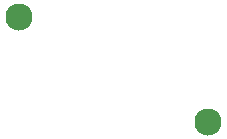
<source format=gbs>
G04 #@! TF.GenerationSoftware,KiCad,Pcbnew,8.0.6+1*
G04 #@! TF.CreationDate,2024-12-31T16:22:14+00:00*
G04 #@! TF.ProjectId,controller_overlay,636f6e74-726f-46c6-9c65-725f6f766572,0.2*
G04 #@! TF.SameCoordinates,Original*
G04 #@! TF.FileFunction,Soldermask,Bot*
G04 #@! TF.FilePolarity,Negative*
%FSLAX46Y46*%
G04 Gerber Fmt 4.6, Leading zero omitted, Abs format (unit mm)*
G04 Created by KiCad (PCBNEW 8.0.6+1) date 2024-12-31 16:22:14*
%MOMM*%
%LPD*%
G01*
G04 APERTURE LIST*
%ADD10C,2.300000*%
G04 APERTURE END LIST*
D10*
X185000000Y-105575000D03*
X201000000Y-114475000D03*
M02*

</source>
